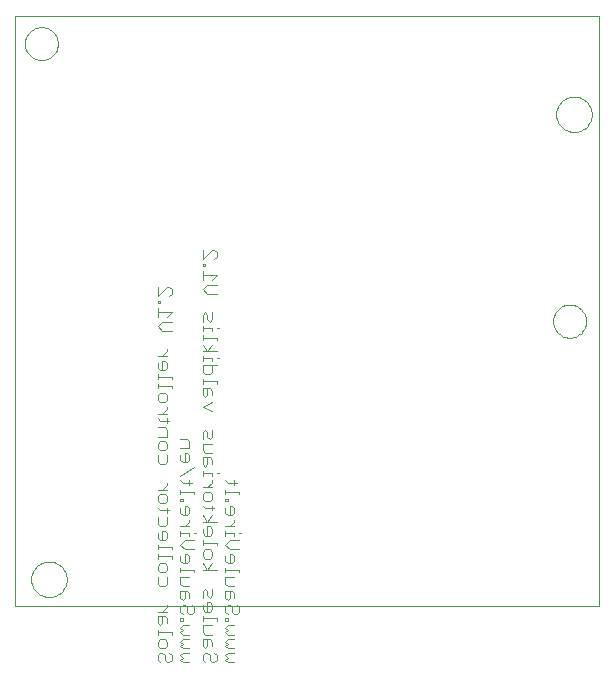
<source format=gbo>
G75*
%MOIN*%
%OFA0B0*%
%FSLAX24Y24*%
%IPPOS*%
%LPD*%
%AMOC8*
5,1,8,0,0,1.08239X$1,22.5*
%
%ADD10C,0.0000*%
%ADD11C,0.0040*%
D10*
X000100Y001383D02*
X000100Y021068D01*
X019592Y021068D01*
X019592Y001383D01*
X000100Y001383D01*
X000653Y002277D02*
X000655Y002325D01*
X000661Y002373D01*
X000671Y002420D01*
X000684Y002466D01*
X000702Y002511D01*
X000722Y002555D01*
X000747Y002597D01*
X000775Y002636D01*
X000805Y002673D01*
X000839Y002707D01*
X000876Y002739D01*
X000914Y002768D01*
X000955Y002793D01*
X000998Y002815D01*
X001043Y002833D01*
X001089Y002847D01*
X001136Y002858D01*
X001184Y002865D01*
X001232Y002868D01*
X001280Y002867D01*
X001328Y002862D01*
X001376Y002853D01*
X001422Y002841D01*
X001467Y002824D01*
X001511Y002804D01*
X001553Y002781D01*
X001593Y002754D01*
X001631Y002724D01*
X001666Y002691D01*
X001698Y002655D01*
X001728Y002617D01*
X001754Y002576D01*
X001776Y002533D01*
X001796Y002489D01*
X001811Y002444D01*
X001823Y002397D01*
X001831Y002349D01*
X001835Y002301D01*
X001835Y002253D01*
X001831Y002205D01*
X001823Y002157D01*
X001811Y002110D01*
X001796Y002065D01*
X001776Y002021D01*
X001754Y001978D01*
X001728Y001937D01*
X001698Y001899D01*
X001666Y001863D01*
X001631Y001830D01*
X001593Y001800D01*
X001553Y001773D01*
X001511Y001750D01*
X001467Y001730D01*
X001422Y001713D01*
X001376Y001701D01*
X001328Y001692D01*
X001280Y001687D01*
X001232Y001686D01*
X001184Y001689D01*
X001136Y001696D01*
X001089Y001707D01*
X001043Y001721D01*
X000998Y001739D01*
X000955Y001761D01*
X000914Y001786D01*
X000876Y001815D01*
X000839Y001847D01*
X000805Y001881D01*
X000775Y001918D01*
X000747Y001957D01*
X000722Y001999D01*
X000702Y002043D01*
X000684Y002088D01*
X000671Y002134D01*
X000661Y002181D01*
X000655Y002229D01*
X000653Y002277D01*
X018049Y010883D02*
X018051Y010930D01*
X018057Y010976D01*
X018067Y011022D01*
X018080Y011067D01*
X018098Y011110D01*
X018119Y011152D01*
X018143Y011192D01*
X018171Y011229D01*
X018202Y011264D01*
X018236Y011297D01*
X018272Y011326D01*
X018311Y011352D01*
X018352Y011375D01*
X018395Y011394D01*
X018439Y011410D01*
X018484Y011422D01*
X018530Y011430D01*
X018577Y011434D01*
X018623Y011434D01*
X018670Y011430D01*
X018716Y011422D01*
X018761Y011410D01*
X018805Y011394D01*
X018848Y011375D01*
X018889Y011352D01*
X018928Y011326D01*
X018964Y011297D01*
X018998Y011264D01*
X019029Y011229D01*
X019057Y011192D01*
X019081Y011152D01*
X019102Y011110D01*
X019120Y011067D01*
X019133Y011022D01*
X019143Y010976D01*
X019149Y010930D01*
X019151Y010883D01*
X019149Y010836D01*
X019143Y010790D01*
X019133Y010744D01*
X019120Y010699D01*
X019102Y010656D01*
X019081Y010614D01*
X019057Y010574D01*
X019029Y010537D01*
X018998Y010502D01*
X018964Y010469D01*
X018928Y010440D01*
X018889Y010414D01*
X018848Y010391D01*
X018805Y010372D01*
X018761Y010356D01*
X018716Y010344D01*
X018670Y010336D01*
X018623Y010332D01*
X018577Y010332D01*
X018530Y010336D01*
X018484Y010344D01*
X018439Y010356D01*
X018395Y010372D01*
X018352Y010391D01*
X018311Y010414D01*
X018272Y010440D01*
X018236Y010469D01*
X018202Y010502D01*
X018171Y010537D01*
X018143Y010574D01*
X018119Y010614D01*
X018098Y010656D01*
X018080Y010699D01*
X018067Y010744D01*
X018057Y010790D01*
X018051Y010836D01*
X018049Y010883D01*
X018153Y017777D02*
X018155Y017825D01*
X018161Y017873D01*
X018171Y017920D01*
X018184Y017966D01*
X018202Y018011D01*
X018222Y018055D01*
X018247Y018097D01*
X018275Y018136D01*
X018305Y018173D01*
X018339Y018207D01*
X018376Y018239D01*
X018414Y018268D01*
X018455Y018293D01*
X018498Y018315D01*
X018543Y018333D01*
X018589Y018347D01*
X018636Y018358D01*
X018684Y018365D01*
X018732Y018368D01*
X018780Y018367D01*
X018828Y018362D01*
X018876Y018353D01*
X018922Y018341D01*
X018967Y018324D01*
X019011Y018304D01*
X019053Y018281D01*
X019093Y018254D01*
X019131Y018224D01*
X019166Y018191D01*
X019198Y018155D01*
X019228Y018117D01*
X019254Y018076D01*
X019276Y018033D01*
X019296Y017989D01*
X019311Y017944D01*
X019323Y017897D01*
X019331Y017849D01*
X019335Y017801D01*
X019335Y017753D01*
X019331Y017705D01*
X019323Y017657D01*
X019311Y017610D01*
X019296Y017565D01*
X019276Y017521D01*
X019254Y017478D01*
X019228Y017437D01*
X019198Y017399D01*
X019166Y017363D01*
X019131Y017330D01*
X019093Y017300D01*
X019053Y017273D01*
X019011Y017250D01*
X018967Y017230D01*
X018922Y017213D01*
X018876Y017201D01*
X018828Y017192D01*
X018780Y017187D01*
X018732Y017186D01*
X018684Y017189D01*
X018636Y017196D01*
X018589Y017207D01*
X018543Y017221D01*
X018498Y017239D01*
X018455Y017261D01*
X018414Y017286D01*
X018376Y017315D01*
X018339Y017347D01*
X018305Y017381D01*
X018275Y017418D01*
X018247Y017457D01*
X018222Y017499D01*
X018202Y017543D01*
X018184Y017588D01*
X018171Y017634D01*
X018161Y017681D01*
X018155Y017729D01*
X018153Y017777D01*
X000443Y020133D02*
X000445Y020180D01*
X000451Y020226D01*
X000461Y020272D01*
X000474Y020317D01*
X000492Y020360D01*
X000513Y020402D01*
X000537Y020442D01*
X000565Y020479D01*
X000596Y020514D01*
X000630Y020547D01*
X000666Y020576D01*
X000705Y020602D01*
X000746Y020625D01*
X000789Y020644D01*
X000833Y020660D01*
X000878Y020672D01*
X000924Y020680D01*
X000971Y020684D01*
X001017Y020684D01*
X001064Y020680D01*
X001110Y020672D01*
X001155Y020660D01*
X001199Y020644D01*
X001242Y020625D01*
X001283Y020602D01*
X001322Y020576D01*
X001358Y020547D01*
X001392Y020514D01*
X001423Y020479D01*
X001451Y020442D01*
X001475Y020402D01*
X001496Y020360D01*
X001514Y020317D01*
X001527Y020272D01*
X001537Y020226D01*
X001543Y020180D01*
X001545Y020133D01*
X001543Y020086D01*
X001537Y020040D01*
X001527Y019994D01*
X001514Y019949D01*
X001496Y019906D01*
X001475Y019864D01*
X001451Y019824D01*
X001423Y019787D01*
X001392Y019752D01*
X001358Y019719D01*
X001322Y019690D01*
X001283Y019664D01*
X001242Y019641D01*
X001199Y019622D01*
X001155Y019606D01*
X001110Y019594D01*
X001064Y019586D01*
X001017Y019582D01*
X000971Y019582D01*
X000924Y019586D01*
X000878Y019594D01*
X000833Y019606D01*
X000789Y019622D01*
X000746Y019641D01*
X000705Y019664D01*
X000666Y019690D01*
X000630Y019719D01*
X000596Y019752D01*
X000565Y019787D01*
X000537Y019824D01*
X000513Y019864D01*
X000492Y019906D01*
X000474Y019949D01*
X000461Y019994D01*
X000451Y020040D01*
X000445Y020086D01*
X000443Y020133D01*
D11*
X006370Y013250D02*
X006370Y012943D01*
X006677Y013250D01*
X006754Y013250D01*
X006830Y013173D01*
X006830Y013020D01*
X006754Y012943D01*
X006447Y012789D02*
X006447Y012713D01*
X006370Y012713D01*
X006370Y012789D01*
X006447Y012789D01*
X006370Y012559D02*
X006370Y012252D01*
X006370Y012406D02*
X006830Y012406D01*
X006677Y012252D01*
X006830Y012099D02*
X006523Y012099D01*
X006370Y011945D01*
X006523Y011792D01*
X006830Y011792D01*
X006677Y011178D02*
X006677Y010948D01*
X006600Y010871D01*
X006523Y010948D01*
X006523Y011101D01*
X006447Y011178D01*
X006370Y011101D01*
X006370Y010871D01*
X006370Y010718D02*
X006370Y010564D01*
X006370Y010641D02*
X006677Y010641D01*
X006677Y010564D01*
X006830Y010641D02*
X006907Y010641D01*
X006830Y010334D02*
X006370Y010334D01*
X006370Y010257D02*
X006370Y010411D01*
X006370Y010104D02*
X006523Y009874D01*
X006677Y010104D01*
X006830Y010257D02*
X006830Y010334D01*
X006830Y009874D02*
X006370Y009874D01*
X006370Y009720D02*
X006370Y009567D01*
X006370Y009643D02*
X006677Y009643D01*
X006677Y009567D01*
X006677Y009413D02*
X006677Y009183D01*
X006600Y009106D01*
X006447Y009106D01*
X006370Y009183D01*
X006370Y009413D01*
X006830Y009413D01*
X006830Y009643D02*
X006907Y009643D01*
X006830Y008876D02*
X006370Y008876D01*
X006370Y008799D02*
X006370Y008953D01*
X006370Y008646D02*
X006370Y008416D01*
X006447Y008339D01*
X006523Y008416D01*
X006523Y008646D01*
X006600Y008646D02*
X006370Y008646D01*
X006600Y008646D02*
X006677Y008569D01*
X006677Y008416D01*
X006677Y008186D02*
X006370Y008032D01*
X006677Y007879D01*
X006677Y007265D02*
X006677Y007035D01*
X006600Y006958D01*
X006523Y007035D01*
X006523Y007188D01*
X006447Y007265D01*
X006370Y007188D01*
X006370Y006958D01*
X006370Y006804D02*
X006677Y006804D01*
X006677Y006497D02*
X006447Y006497D01*
X006370Y006574D01*
X006370Y006804D01*
X005927Y006881D02*
X005927Y006651D01*
X005620Y006651D01*
X005773Y006497D02*
X005773Y006190D01*
X005697Y006190D02*
X005850Y006190D01*
X005927Y006267D01*
X005927Y006421D01*
X005850Y006497D01*
X005773Y006497D01*
X005620Y006421D02*
X005620Y006267D01*
X005697Y006190D01*
X006080Y006037D02*
X005620Y005730D01*
X005620Y005577D02*
X005697Y005500D01*
X006004Y005500D01*
X005927Y005423D02*
X005927Y005577D01*
X006080Y005193D02*
X005620Y005193D01*
X005620Y005116D02*
X005620Y005270D01*
X005620Y004963D02*
X005620Y004886D01*
X005697Y004886D01*
X005697Y004963D01*
X005620Y004963D01*
X005773Y004733D02*
X005773Y004426D01*
X005697Y004426D02*
X005850Y004426D01*
X005927Y004502D01*
X005927Y004656D01*
X005850Y004733D01*
X005773Y004733D01*
X005620Y004656D02*
X005620Y004502D01*
X005697Y004426D01*
X005927Y004272D02*
X005927Y004195D01*
X005773Y004042D01*
X005620Y004042D02*
X005927Y004042D01*
X005927Y003812D02*
X005620Y003812D01*
X005620Y003735D02*
X005620Y003889D01*
X005773Y003582D02*
X006080Y003582D01*
X005927Y003735D02*
X005927Y003812D01*
X006080Y003812D02*
X006157Y003812D01*
X006370Y003812D02*
X006447Y003735D01*
X006600Y003735D01*
X006677Y003812D01*
X006677Y003965D01*
X006600Y004042D01*
X006523Y004042D01*
X006523Y003735D01*
X006370Y003812D02*
X006370Y003965D01*
X006370Y004195D02*
X006830Y004195D01*
X006677Y004426D02*
X006523Y004195D01*
X006370Y004426D01*
X006447Y004656D02*
X006370Y004733D01*
X006447Y004656D02*
X006754Y004656D01*
X006677Y004579D02*
X006677Y004733D01*
X006600Y004886D02*
X006447Y004886D01*
X006370Y004963D01*
X006370Y005116D01*
X006447Y005193D01*
X006600Y005193D01*
X006677Y005116D01*
X006677Y004963D01*
X006600Y004886D01*
X006523Y005346D02*
X006677Y005500D01*
X006677Y005577D01*
X006677Y005730D02*
X006677Y005807D01*
X006370Y005807D01*
X006370Y005730D02*
X006370Y005884D01*
X006447Y006037D02*
X006523Y006114D01*
X006523Y006344D01*
X006600Y006344D02*
X006370Y006344D01*
X006370Y006114D01*
X006447Y006037D01*
X006677Y006114D02*
X006677Y006267D01*
X006600Y006344D01*
X006830Y005807D02*
X006907Y005807D01*
X007120Y005577D02*
X007197Y005500D01*
X007504Y005500D01*
X007427Y005423D02*
X007427Y005577D01*
X007580Y005193D02*
X007120Y005193D01*
X007120Y005116D02*
X007120Y005270D01*
X007120Y004963D02*
X007120Y004886D01*
X007197Y004886D01*
X007197Y004963D01*
X007120Y004963D01*
X007273Y004733D02*
X007273Y004426D01*
X007197Y004426D02*
X007350Y004426D01*
X007427Y004502D01*
X007427Y004656D01*
X007350Y004733D01*
X007273Y004733D01*
X007120Y004656D02*
X007120Y004502D01*
X007197Y004426D01*
X007427Y004272D02*
X007427Y004195D01*
X007273Y004042D01*
X007120Y004042D02*
X007427Y004042D01*
X007427Y003812D02*
X007120Y003812D01*
X007120Y003735D02*
X007120Y003889D01*
X007427Y003812D02*
X007427Y003735D01*
X007580Y003812D02*
X007657Y003812D01*
X007580Y003582D02*
X007273Y003582D01*
X007120Y003428D01*
X007273Y003275D01*
X007580Y003275D01*
X007350Y003121D02*
X007427Y003044D01*
X007427Y002891D01*
X007350Y002814D01*
X007197Y002814D01*
X007120Y002891D01*
X007120Y003044D01*
X007273Y003121D02*
X007273Y002814D01*
X007120Y002661D02*
X007120Y002507D01*
X007120Y002584D02*
X007580Y002584D01*
X007580Y002507D01*
X007427Y002354D02*
X007120Y002354D01*
X007120Y002124D01*
X007197Y002047D01*
X007427Y002047D01*
X007350Y001893D02*
X007120Y001893D01*
X007120Y001663D01*
X007197Y001587D01*
X007273Y001663D01*
X007273Y001893D01*
X007350Y001893D02*
X007427Y001817D01*
X007427Y001663D01*
X007504Y001433D02*
X007580Y001356D01*
X007580Y001203D01*
X007504Y001126D01*
X007427Y001126D01*
X007350Y001203D01*
X007350Y001356D01*
X007273Y001433D01*
X007197Y001433D01*
X007120Y001356D01*
X007120Y001203D01*
X007197Y001126D01*
X007197Y000973D02*
X007120Y000973D01*
X007120Y000896D01*
X007197Y000896D01*
X007197Y000973D01*
X007197Y000743D02*
X007427Y000743D01*
X007197Y000743D02*
X007120Y000666D01*
X007197Y000589D01*
X007120Y000512D01*
X007197Y000436D01*
X007427Y000436D01*
X007427Y000282D02*
X007197Y000282D01*
X007120Y000205D01*
X007197Y000129D01*
X007120Y000052D01*
X007197Y-000025D01*
X007427Y-000025D01*
X007427Y-000178D02*
X007197Y-000178D01*
X007120Y-000255D01*
X007197Y-000332D01*
X007120Y-000408D01*
X007197Y-000485D01*
X007427Y-000485D01*
X006830Y-000408D02*
X006754Y-000485D01*
X006677Y-000485D01*
X006600Y-000408D01*
X006600Y-000255D01*
X006523Y-000178D01*
X006447Y-000178D01*
X006370Y-000255D01*
X006370Y-000408D01*
X006447Y-000485D01*
X006754Y-000178D02*
X006830Y-000255D01*
X006830Y-000408D01*
X006677Y000052D02*
X006677Y000205D01*
X006600Y000282D01*
X006370Y000282D01*
X006370Y000052D01*
X006447Y-000025D01*
X006523Y000052D01*
X006523Y000282D01*
X006447Y000436D02*
X006370Y000512D01*
X006370Y000743D01*
X006677Y000743D01*
X006830Y000896D02*
X006830Y000973D01*
X006370Y000973D01*
X006370Y001049D02*
X006370Y000896D01*
X006447Y001203D02*
X006600Y001203D01*
X006677Y001280D01*
X006677Y001433D01*
X006600Y001510D01*
X006523Y001510D01*
X006523Y001203D01*
X006447Y001203D02*
X006370Y001280D01*
X006370Y001433D01*
X006370Y001663D02*
X006370Y001893D01*
X006447Y001970D01*
X006523Y001893D01*
X006523Y001740D01*
X006600Y001663D01*
X006677Y001740D01*
X006677Y001970D01*
X006830Y002584D02*
X006370Y002584D01*
X006523Y002584D02*
X006677Y002814D01*
X006600Y002968D02*
X006447Y002968D01*
X006370Y003044D01*
X006370Y003198D01*
X006447Y003275D01*
X006600Y003275D01*
X006677Y003198D01*
X006677Y003044D01*
X006600Y002968D01*
X006370Y002814D02*
X006523Y002584D01*
X006080Y002584D02*
X005620Y002584D01*
X005620Y002507D02*
X005620Y002661D01*
X005697Y002814D02*
X005620Y002891D01*
X005620Y003044D01*
X005773Y003121D02*
X005773Y002814D01*
X005697Y002814D02*
X005850Y002814D01*
X005927Y002891D01*
X005927Y003044D01*
X005850Y003121D01*
X005773Y003121D01*
X005773Y003275D02*
X005620Y003428D01*
X005773Y003582D01*
X005773Y003275D02*
X006080Y003275D01*
X006370Y003428D02*
X006370Y003582D01*
X006370Y003505D02*
X006830Y003505D01*
X006830Y003428D01*
X007273Y003121D02*
X007350Y003121D01*
X006080Y002584D02*
X006080Y002507D01*
X005927Y002354D02*
X005620Y002354D01*
X005620Y002124D01*
X005697Y002047D01*
X005927Y002047D01*
X005850Y001893D02*
X005620Y001893D01*
X005620Y001663D01*
X005697Y001587D01*
X005773Y001663D01*
X005773Y001893D01*
X005850Y001893D02*
X005927Y001817D01*
X005927Y001663D01*
X006004Y001433D02*
X006080Y001356D01*
X006080Y001203D01*
X006004Y001126D01*
X005927Y001126D01*
X005850Y001203D01*
X005850Y001356D01*
X005773Y001433D01*
X005697Y001433D01*
X005620Y001356D01*
X005620Y001203D01*
X005697Y001126D01*
X005697Y000973D02*
X005620Y000973D01*
X005620Y000896D01*
X005697Y000896D01*
X005697Y000973D01*
X005697Y000743D02*
X005620Y000666D01*
X005697Y000589D01*
X005620Y000512D01*
X005697Y000436D01*
X005927Y000436D01*
X005927Y000282D02*
X005697Y000282D01*
X005620Y000205D01*
X005697Y000129D01*
X005620Y000052D01*
X005697Y-000025D01*
X005927Y-000025D01*
X005927Y-000178D02*
X005697Y-000178D01*
X005620Y-000255D01*
X005697Y-000332D01*
X005620Y-000408D01*
X005697Y-000485D01*
X005927Y-000485D01*
X006447Y000436D02*
X006677Y000436D01*
X005927Y000743D02*
X005697Y000743D01*
X005330Y000512D02*
X005330Y000436D01*
X005330Y000512D02*
X004870Y000512D01*
X004870Y000436D02*
X004870Y000589D01*
X004947Y000743D02*
X005023Y000819D01*
X005023Y001049D01*
X005100Y001049D02*
X004870Y001049D01*
X004870Y000819D01*
X004947Y000743D01*
X005177Y000819D02*
X005177Y000973D01*
X005100Y001049D01*
X005023Y001203D02*
X005177Y001356D01*
X005177Y001433D01*
X005177Y001203D02*
X004870Y001203D01*
X004947Y002047D02*
X004870Y002124D01*
X004870Y002354D01*
X004947Y002507D02*
X004870Y002584D01*
X004870Y002738D01*
X004947Y002814D01*
X005100Y002814D01*
X005177Y002738D01*
X005177Y002584D01*
X005100Y002507D01*
X004947Y002507D01*
X005177Y002354D02*
X005177Y002124D01*
X005100Y002047D01*
X004947Y002047D01*
X004870Y002968D02*
X004870Y003121D01*
X004870Y003044D02*
X005330Y003044D01*
X005330Y002968D01*
X005330Y003275D02*
X005330Y003351D01*
X004870Y003351D01*
X004870Y003275D02*
X004870Y003428D01*
X004947Y003582D02*
X005100Y003582D01*
X005177Y003658D01*
X005177Y003812D01*
X005100Y003889D01*
X005023Y003889D01*
X005023Y003582D01*
X004947Y003582D02*
X004870Y003658D01*
X004870Y003812D01*
X004947Y004042D02*
X004870Y004119D01*
X004870Y004349D01*
X004947Y004579D02*
X004870Y004656D01*
X004947Y004579D02*
X005254Y004579D01*
X005177Y004502D02*
X005177Y004656D01*
X005100Y004809D02*
X004947Y004809D01*
X004870Y004886D01*
X004870Y005040D01*
X004947Y005116D01*
X005100Y005116D01*
X005177Y005040D01*
X005177Y004886D01*
X005100Y004809D01*
X005177Y004349D02*
X005177Y004119D01*
X005100Y004042D01*
X004947Y004042D01*
X005023Y005270D02*
X005177Y005423D01*
X005177Y005500D01*
X005177Y005270D02*
X004870Y005270D01*
X004947Y006114D02*
X004870Y006190D01*
X004870Y006421D01*
X004947Y006574D02*
X004870Y006651D01*
X004870Y006804D01*
X004947Y006881D01*
X005100Y006881D01*
X005177Y006804D01*
X005177Y006651D01*
X005100Y006574D01*
X004947Y006574D01*
X005177Y006421D02*
X005177Y006190D01*
X005100Y006114D01*
X004947Y006114D01*
X004870Y007035D02*
X005177Y007035D01*
X005177Y007265D01*
X005100Y007341D01*
X004870Y007341D01*
X004947Y007572D02*
X004870Y007648D01*
X004947Y007572D02*
X005254Y007572D01*
X005177Y007495D02*
X005177Y007648D01*
X005177Y007802D02*
X004870Y007802D01*
X005023Y007802D02*
X005177Y007955D01*
X005177Y008032D01*
X005100Y008186D02*
X004947Y008186D01*
X004870Y008262D01*
X004870Y008416D01*
X004947Y008492D01*
X005100Y008492D01*
X005177Y008416D01*
X005177Y008262D01*
X005100Y008186D01*
X004870Y008646D02*
X004870Y008799D01*
X004870Y008723D02*
X005330Y008723D01*
X005330Y008646D01*
X005330Y008953D02*
X005330Y009030D01*
X004870Y009030D01*
X004870Y009106D02*
X004870Y008953D01*
X004947Y009260D02*
X005100Y009260D01*
X005177Y009336D01*
X005177Y009490D01*
X005100Y009567D01*
X005023Y009567D01*
X005023Y009260D01*
X004947Y009260D02*
X004870Y009336D01*
X004870Y009490D01*
X004870Y009720D02*
X005177Y009720D01*
X005023Y009720D02*
X005177Y009874D01*
X005177Y009950D01*
X005330Y010564D02*
X005023Y010564D01*
X004870Y010718D01*
X005023Y010871D01*
X005330Y010871D01*
X005177Y011025D02*
X005330Y011178D01*
X004870Y011178D01*
X004870Y011025D02*
X004870Y011332D01*
X004870Y011485D02*
X004870Y011562D01*
X004947Y011562D01*
X004947Y011485D01*
X004870Y011485D01*
X004870Y011715D02*
X005177Y012022D01*
X005254Y012022D01*
X005330Y011945D01*
X005330Y011792D01*
X005254Y011715D01*
X004870Y011715D02*
X004870Y012022D01*
X006830Y008876D02*
X006830Y008799D01*
X005850Y006958D02*
X005620Y006958D01*
X005850Y006958D02*
X005927Y006881D01*
X006370Y005346D02*
X006677Y005346D01*
X006080Y005193D02*
X006080Y005116D01*
X007580Y005116D02*
X007580Y005193D01*
X005100Y000282D02*
X004947Y000282D01*
X004870Y000205D01*
X004870Y000052D01*
X004947Y-000025D01*
X005100Y-000025D01*
X005177Y000052D01*
X005177Y000205D01*
X005100Y000282D01*
X005023Y-000178D02*
X004947Y-000178D01*
X004870Y-000255D01*
X004870Y-000408D01*
X004947Y-000485D01*
X005100Y-000408D02*
X005100Y-000255D01*
X005023Y-000178D01*
X005254Y-000178D02*
X005330Y-000255D01*
X005330Y-000408D01*
X005254Y-000485D01*
X005177Y-000485D01*
X005100Y-000408D01*
M02*

</source>
